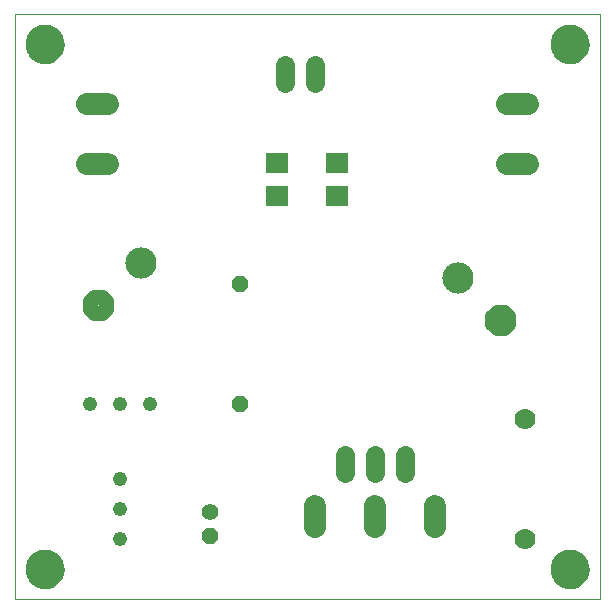
<source format=gbs>
G75*
%MOIN*%
%OFA0B0*%
%FSLAX24Y24*%
%IPPOS*%
%LPD*%
%AMOC8*
5,1,8,0,0,1.08239X$1,22.5*
%
%ADD10C,0.0000*%
%ADD11C,0.1300*%
%ADD12C,0.0700*%
%ADD13OC8,0.0560*%
%ADD14C,0.0560*%
%ADD15C,0.0480*%
%ADD16C,0.1040*%
%ADD17C,0.0208*%
%ADD18C,0.0640*%
%ADD19C,0.0745*%
%ADD20R,0.0750X0.0670*%
D10*
X000100Y000100D02*
X000100Y019600D01*
X019600Y019600D01*
X019600Y000100D01*
X000100Y000100D01*
X000470Y001100D02*
X000472Y001150D01*
X000478Y001200D01*
X000488Y001249D01*
X000502Y001297D01*
X000519Y001344D01*
X000540Y001389D01*
X000565Y001433D01*
X000593Y001474D01*
X000625Y001513D01*
X000659Y001550D01*
X000696Y001584D01*
X000736Y001614D01*
X000778Y001641D01*
X000822Y001665D01*
X000868Y001686D01*
X000915Y001702D01*
X000963Y001715D01*
X001013Y001724D01*
X001062Y001729D01*
X001113Y001730D01*
X001163Y001727D01*
X001212Y001720D01*
X001261Y001709D01*
X001309Y001694D01*
X001355Y001676D01*
X001400Y001654D01*
X001443Y001628D01*
X001484Y001599D01*
X001523Y001567D01*
X001559Y001532D01*
X001591Y001494D01*
X001621Y001454D01*
X001648Y001411D01*
X001671Y001367D01*
X001690Y001321D01*
X001706Y001273D01*
X001718Y001224D01*
X001726Y001175D01*
X001730Y001125D01*
X001730Y001075D01*
X001726Y001025D01*
X001718Y000976D01*
X001706Y000927D01*
X001690Y000879D01*
X001671Y000833D01*
X001648Y000789D01*
X001621Y000746D01*
X001591Y000706D01*
X001559Y000668D01*
X001523Y000633D01*
X001484Y000601D01*
X001443Y000572D01*
X001400Y000546D01*
X001355Y000524D01*
X001309Y000506D01*
X001261Y000491D01*
X001212Y000480D01*
X001163Y000473D01*
X001113Y000470D01*
X001062Y000471D01*
X001013Y000476D01*
X000963Y000485D01*
X000915Y000498D01*
X000868Y000514D01*
X000822Y000535D01*
X000778Y000559D01*
X000736Y000586D01*
X000696Y000616D01*
X000659Y000650D01*
X000625Y000687D01*
X000593Y000726D01*
X000565Y000767D01*
X000540Y000811D01*
X000519Y000856D01*
X000502Y000903D01*
X000488Y000951D01*
X000478Y001000D01*
X000472Y001050D01*
X000470Y001100D01*
X000470Y018600D02*
X000472Y018650D01*
X000478Y018700D01*
X000488Y018749D01*
X000502Y018797D01*
X000519Y018844D01*
X000540Y018889D01*
X000565Y018933D01*
X000593Y018974D01*
X000625Y019013D01*
X000659Y019050D01*
X000696Y019084D01*
X000736Y019114D01*
X000778Y019141D01*
X000822Y019165D01*
X000868Y019186D01*
X000915Y019202D01*
X000963Y019215D01*
X001013Y019224D01*
X001062Y019229D01*
X001113Y019230D01*
X001163Y019227D01*
X001212Y019220D01*
X001261Y019209D01*
X001309Y019194D01*
X001355Y019176D01*
X001400Y019154D01*
X001443Y019128D01*
X001484Y019099D01*
X001523Y019067D01*
X001559Y019032D01*
X001591Y018994D01*
X001621Y018954D01*
X001648Y018911D01*
X001671Y018867D01*
X001690Y018821D01*
X001706Y018773D01*
X001718Y018724D01*
X001726Y018675D01*
X001730Y018625D01*
X001730Y018575D01*
X001726Y018525D01*
X001718Y018476D01*
X001706Y018427D01*
X001690Y018379D01*
X001671Y018333D01*
X001648Y018289D01*
X001621Y018246D01*
X001591Y018206D01*
X001559Y018168D01*
X001523Y018133D01*
X001484Y018101D01*
X001443Y018072D01*
X001400Y018046D01*
X001355Y018024D01*
X001309Y018006D01*
X001261Y017991D01*
X001212Y017980D01*
X001163Y017973D01*
X001113Y017970D01*
X001062Y017971D01*
X001013Y017976D01*
X000963Y017985D01*
X000915Y017998D01*
X000868Y018014D01*
X000822Y018035D01*
X000778Y018059D01*
X000736Y018086D01*
X000696Y018116D01*
X000659Y018150D01*
X000625Y018187D01*
X000593Y018226D01*
X000565Y018267D01*
X000540Y018311D01*
X000519Y018356D01*
X000502Y018403D01*
X000488Y018451D01*
X000478Y018500D01*
X000472Y018550D01*
X000470Y018600D01*
X017970Y018600D02*
X017972Y018650D01*
X017978Y018700D01*
X017988Y018749D01*
X018002Y018797D01*
X018019Y018844D01*
X018040Y018889D01*
X018065Y018933D01*
X018093Y018974D01*
X018125Y019013D01*
X018159Y019050D01*
X018196Y019084D01*
X018236Y019114D01*
X018278Y019141D01*
X018322Y019165D01*
X018368Y019186D01*
X018415Y019202D01*
X018463Y019215D01*
X018513Y019224D01*
X018562Y019229D01*
X018613Y019230D01*
X018663Y019227D01*
X018712Y019220D01*
X018761Y019209D01*
X018809Y019194D01*
X018855Y019176D01*
X018900Y019154D01*
X018943Y019128D01*
X018984Y019099D01*
X019023Y019067D01*
X019059Y019032D01*
X019091Y018994D01*
X019121Y018954D01*
X019148Y018911D01*
X019171Y018867D01*
X019190Y018821D01*
X019206Y018773D01*
X019218Y018724D01*
X019226Y018675D01*
X019230Y018625D01*
X019230Y018575D01*
X019226Y018525D01*
X019218Y018476D01*
X019206Y018427D01*
X019190Y018379D01*
X019171Y018333D01*
X019148Y018289D01*
X019121Y018246D01*
X019091Y018206D01*
X019059Y018168D01*
X019023Y018133D01*
X018984Y018101D01*
X018943Y018072D01*
X018900Y018046D01*
X018855Y018024D01*
X018809Y018006D01*
X018761Y017991D01*
X018712Y017980D01*
X018663Y017973D01*
X018613Y017970D01*
X018562Y017971D01*
X018513Y017976D01*
X018463Y017985D01*
X018415Y017998D01*
X018368Y018014D01*
X018322Y018035D01*
X018278Y018059D01*
X018236Y018086D01*
X018196Y018116D01*
X018159Y018150D01*
X018125Y018187D01*
X018093Y018226D01*
X018065Y018267D01*
X018040Y018311D01*
X018019Y018356D01*
X018002Y018403D01*
X017988Y018451D01*
X017978Y018500D01*
X017972Y018550D01*
X017970Y018600D01*
X017970Y001100D02*
X017972Y001150D01*
X017978Y001200D01*
X017988Y001249D01*
X018002Y001297D01*
X018019Y001344D01*
X018040Y001389D01*
X018065Y001433D01*
X018093Y001474D01*
X018125Y001513D01*
X018159Y001550D01*
X018196Y001584D01*
X018236Y001614D01*
X018278Y001641D01*
X018322Y001665D01*
X018368Y001686D01*
X018415Y001702D01*
X018463Y001715D01*
X018513Y001724D01*
X018562Y001729D01*
X018613Y001730D01*
X018663Y001727D01*
X018712Y001720D01*
X018761Y001709D01*
X018809Y001694D01*
X018855Y001676D01*
X018900Y001654D01*
X018943Y001628D01*
X018984Y001599D01*
X019023Y001567D01*
X019059Y001532D01*
X019091Y001494D01*
X019121Y001454D01*
X019148Y001411D01*
X019171Y001367D01*
X019190Y001321D01*
X019206Y001273D01*
X019218Y001224D01*
X019226Y001175D01*
X019230Y001125D01*
X019230Y001075D01*
X019226Y001025D01*
X019218Y000976D01*
X019206Y000927D01*
X019190Y000879D01*
X019171Y000833D01*
X019148Y000789D01*
X019121Y000746D01*
X019091Y000706D01*
X019059Y000668D01*
X019023Y000633D01*
X018984Y000601D01*
X018943Y000572D01*
X018900Y000546D01*
X018855Y000524D01*
X018809Y000506D01*
X018761Y000491D01*
X018712Y000480D01*
X018663Y000473D01*
X018613Y000470D01*
X018562Y000471D01*
X018513Y000476D01*
X018463Y000485D01*
X018415Y000498D01*
X018368Y000514D01*
X018322Y000535D01*
X018278Y000559D01*
X018236Y000586D01*
X018196Y000616D01*
X018159Y000650D01*
X018125Y000687D01*
X018093Y000726D01*
X018065Y000767D01*
X018040Y000811D01*
X018019Y000856D01*
X018002Y000903D01*
X017988Y000951D01*
X017978Y001000D01*
X017972Y001050D01*
X017970Y001100D01*
D11*
X018600Y001100D03*
X018600Y018600D03*
X001100Y018600D03*
X001100Y001100D03*
D12*
X017100Y002100D03*
X017100Y006100D03*
D13*
X007600Y006600D03*
X007600Y010600D03*
X006600Y002200D03*
D14*
X006600Y003000D03*
D15*
X003600Y003100D03*
X003600Y002100D03*
X003600Y004100D03*
X003600Y006600D03*
X002600Y006600D03*
X004600Y006600D03*
D16*
X004307Y011307D03*
X014893Y010807D03*
D17*
X016375Y009082D02*
X016479Y008978D01*
X016135Y008978D01*
X015892Y009221D01*
X015892Y009565D01*
X016135Y009808D01*
X016479Y009808D01*
X016722Y009565D01*
X016722Y009221D01*
X016479Y008978D01*
X016415Y009134D01*
X016199Y009134D01*
X016048Y009285D01*
X016048Y009501D01*
X016199Y009652D01*
X016415Y009652D01*
X016566Y009501D01*
X016566Y009285D01*
X016415Y009134D01*
X016350Y009290D01*
X016264Y009290D01*
X016204Y009350D01*
X016204Y009436D01*
X016264Y009496D01*
X016350Y009496D01*
X016410Y009436D01*
X016410Y009350D01*
X016350Y009290D01*
X002582Y009825D02*
X002478Y009721D01*
X002478Y010065D01*
X002721Y010308D01*
X003065Y010308D01*
X003308Y010065D01*
X003308Y009721D01*
X003065Y009478D01*
X002721Y009478D01*
X002478Y009721D01*
X002634Y009785D01*
X002634Y010001D01*
X002785Y010152D01*
X003001Y010152D01*
X003152Y010001D01*
X003152Y009785D01*
X003001Y009634D01*
X002785Y009634D01*
X002634Y009785D01*
X002790Y009850D01*
X002790Y009936D01*
X002850Y009996D01*
X002936Y009996D01*
X002996Y009936D01*
X002996Y009850D01*
X002936Y009790D01*
X002850Y009790D01*
X002790Y009850D01*
D18*
X009100Y017300D02*
X009100Y017900D01*
X010100Y017900D02*
X010100Y017300D01*
X011100Y004900D02*
X011100Y004300D01*
X012100Y004300D02*
X012100Y004900D01*
X013100Y004900D02*
X013100Y004300D01*
D19*
X012100Y003203D02*
X012100Y002498D01*
X010100Y002498D02*
X010100Y003203D01*
X014100Y003203D02*
X014100Y002498D01*
X016498Y014600D02*
X017203Y014600D01*
X017203Y016600D02*
X016498Y016600D01*
X003203Y016600D02*
X002498Y016600D01*
X002498Y014600D02*
X003203Y014600D01*
D20*
X008850Y014660D03*
X008850Y013540D03*
X010850Y013540D03*
X010850Y014660D03*
M02*

</source>
